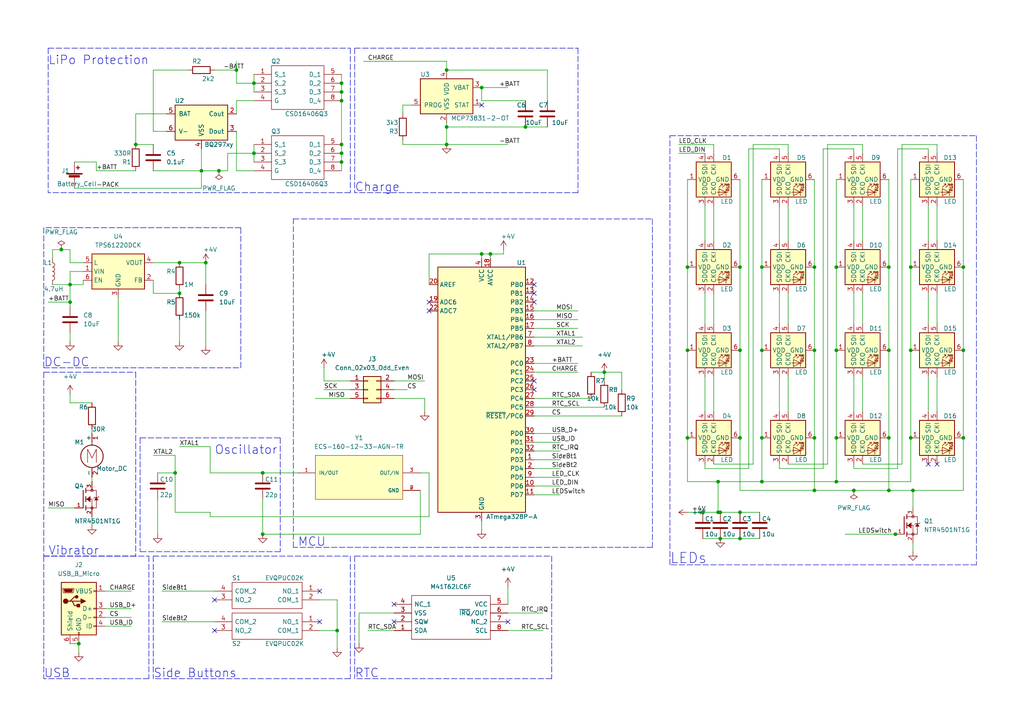
<source format=kicad_sch>
(kicad_sch (version 20211123) (generator eeschema)
  (paper "A4")
  (title_block (title "Binary Watch") (rev "0.1") (company "Umair Ahmadh") (comment 1 "umairahmadh.ml"))
  (lib_symbols
    (symbol "Battery_Management:BQ297xy" (pin_names (offset 1.016))
      (property "Reference" "U" (at -6.35 6.35 0))
      (property "Value" "BQ297xy" (at 5.08 -6.35 0))
      (symbol "BQ297xy_1_1"
        (pin no_connect line (at 7.62 0 180) (length 2.54) hide (name "NC") (number "1"))
        (pin output line (at 10.16 2.54 180) (length 2.54) (name "Cout") (number "2"))
        (pin output line (at 10.16 -2.54 180) (length 2.54) (name "Dout") (number "3"))
        (pin power_in line (at 0 -7.62 90) (length 2.54) (name "VSS") (number "4"))
        (pin input line (at -10.16 2.54 0) (length 2.54) (name "BAT") (number "5"))
        (pin input line (at -10.16 -2.54 0) (length 2.54) (name "V-") (number "6"))
      )
    )
    (symbol "Battery_Management:MCP73831-2-OT" (pin_names (offset 1.016))
      (property "Reference" "U" (at -7.62 6.35 0))
      (property "Value" "MCP73831-2-OT" (at 1.27 6.35 0))
      (symbol "MCP73831-2-OT_1_1"
        (pin output line (at 10.16 -2.54 180) (length 2.54) (name "STAT") (number "1"))
        (pin power_in line (at 0 -7.62 90) (length 2.54) (name "VSS") (number "2"))
        (pin power_out line (at 10.16 2.54 180) (length 2.54) (name "VBAT") (number "3"))
        (pin power_in line (at 0 7.62 270) (length 2.54) (name "VDD") (number "4"))
        (pin input line (at -10.16 -2.54 0) (length 2.54) (name "PROG") (number "5"))
      )
    )
    (symbol "CSD16406Q3:CSD16406Q3" (pin_names (offset 0.762))
      (property "Reference" "Q" (at 21.59 7.62 0))
      (property "Value" "CSD16406Q3" (at 21.59 5.08 0))
      (symbol "CSD16406Q3_0_0"
        (pin passive line (at 0 0 0) (length 5.08) (name "S_1") (number "1"))
        (pin passive line (at 0 -2.54 0) (length 5.08) (name "S_2") (number "2"))
        (pin passive line (at 0 -5.08 0) (length 5.08) (name "S_3") (number "3"))
        (pin passive line (at 0 -7.62 0) (length 5.08) (name "G") (number "4"))
        (pin passive line (at 25.4 0 180) (length 5.08) (name "D_1") (number "5"))
        (pin passive line (at 25.4 -2.54 180) (length 5.08) (name "D_2") (number "6"))
        (pin passive line (at 25.4 -5.08 180) (length 5.08) (name "D_3") (number "7"))
        (pin passive line (at 25.4 -7.62 180) (length 5.08) (name "D_4") (number "8"))
      )
    )
    (symbol "Connector:USB_B_Micro" (pin_names (offset 1.016))
      (property "Reference" "J" (at -5.08 11.43 0))
      (property "Value" "USB_B_Micro" (at -5.08 8.89 0))
      (symbol "USB_B_Micro_1_1"
        (pin power_out line (at 7.62 5.08 180) (length 2.54) (name "VBUS") (number "1"))
        (pin bidirectional line (at 7.62 -2.54 180) (length 2.54) (name "D-") (number "2"))
        (pin bidirectional line (at 7.62 0 180) (length 2.54) (name "D+") (number "3"))
        (pin passive line (at 7.62 -5.08 180) (length 2.54) (name "ID") (number "4"))
        (pin power_out line (at 0 -10.16 90) (length 2.54) (name "GND") (number "5"))
        (pin passive line (at -2.54 -10.16 90) (length 2.54) (name "Shield") (number "6"))
      )
    )
    (symbol "Connector_Generic:Conn_02x03_Odd_Even" (pin_names (offset 1.016) hide)
      (property "Reference" "J" (at 1.27 5.08 0))
      (property "Value" "Conn_02x03_Odd_Even" (at 1.27 -5.08 0))
      (symbol "Conn_02x03_Odd_Even_1_1"
        (pin passive line (at -5.08 2.54 0) (length 3.81) (name "Pin_1") (number "1"))
        (pin passive line (at 7.62 2.54 180) (length 3.81) (name "Pin_2") (number "2"))
        (pin passive line (at -5.08 0 0) (length 3.81) (name "Pin_3") (number "3"))
        (pin passive line (at 7.62 0 180) (length 3.81) (name "Pin_4") (number "4"))
        (pin passive line (at -5.08 -2.54 0) (length 3.81) (name "Pin_5") (number "5"))
        (pin passive line (at 7.62 -2.54 180) (length 3.81) (name "Pin_6") (number "6"))
      )
    )
    (symbol "Device:Battery_Cell" (pin_numbers hide) (pin_names (offset 0) hide)
      (property "Reference" "BT" (at 2.54 2.54 0))
      (property "Value" "Battery_Cell" (at 2.54 0 0))
      (symbol "Battery_Cell_1_1"
        (pin passive line (at 0 5.08 270) (length 2.54) (name "+") (number "1"))
        (pin passive line (at 0 -2.54 90) (length 2.54) (name "-") (number "2"))
      )
    )
    (symbol "Device:C" (pin_numbers hide) (pin_names (offset 0.254))
      (property "Reference" "C" (at 0.635 2.54 0))
      (property "Value" "C" (at 0.635 -2.54 0))
      (symbol "C_1_1"
        (pin passive line (at 0 3.81 270) (length 2.794) (name "~") (number "1"))
        (pin passive line (at 0 -3.81 90) (length 2.794) (name "~") (number "2"))
      )
    )
    (symbol "Device:L" (pin_numbers hide) (pin_names (offset 1.016) hide)
      (property "Reference" "L" (at -1.27 0 90))
      (property "Value" "L" (at 1.905 0 90))
      (symbol "L_1_1"
        (pin passive line (at 0 3.81 270) (length 1.27) (name "1") (number "1"))
        (pin passive line (at 0 -3.81 90) (length 1.27) (name "2") (number "2"))
      )
    )
    (symbol "Device:R" (pin_numbers hide) (pin_names (offset 0))
      (property "Reference" "R" (at 2.032 0 90))
      (property "Value" "R" (at 0 0 90))
      (symbol "R_1_1"
        (pin passive line (at 0 3.81 270) (length 1.27) (name "~") (number "1"))
        (pin passive line (at 0 -3.81 90) (length 1.27) (name "~") (number "2"))
      )
    )
    (symbol "ECS-160-12-33-AGN-TR:ECS-160-12-33-AGN-TR" (pin_names (offset 1.016))
      (property "Reference" "Y" (at -12.7168 7.6301 0))
      (property "Value" "ECS-160-12-33-AGN-TR" (at -12.7149 -7.629 0))
      (symbol "ECS-160-12-33-AGN-TR_0_0"
        (pin bidirectional line (at -17.78 2.54 0) (length 5.08) (name "IN/OUT") (number "1"))
        (pin power_in line (at 17.78 -2.54 180) (length 5.08) (name "GND") (number "2"))
        (pin bidirectional line (at 17.78 2.54 180) (length 5.08) (name "OUT/IN") (number "3"))
        (pin power_in line (at 17.78 -2.54 180) (length 5.08) (name "GND") (number "4"))
      )
    )
    (symbol "EVQPUC02K:EVQPUC02K" (pin_names (offset 0.762))
      (property "Reference" "S" (at 26.67 7.62 0))
      (property "Value" "EVQPUC02K" (at 26.67 5.08 0))
      (symbol "EVQPUC02K_0_0"
        (pin passive line (at 30.48 0 180) (length 5.08) (name "NO_1") (number "1"))
        (pin passive line (at 30.48 -2.54 180) (length 5.08) (name "COM_1") (number "2"))
        (pin passive line (at 0 -2.54 0) (length 5.08) (name "NO_2") (number "3"))
        (pin passive line (at 0 0 0) (length 5.08) (name "COM_2") (number "4"))
      )
    )
    (symbol "LED:APA102-2020"
      (property "Reference" "D" (at 5.08 5.715 0))
      (property "Value" "APA102-2020" (at 1.27 -5.715 0))
      (symbol "APA102-2020_0_0"
        (text "RGB" (at 2.286 -4.191 0) (effects (font (size 0.762 0.762))))
      )
      (symbol "APA102-2020_1_1"
        (pin power_in line (at 0 7.62 270) (length 2.54) (name "VDD") (number "1"))
        (pin output line (at 7.62 0 180) (length 2.54) (name "CKO") (number "2"))
        (pin output line (at 7.62 2.54 180) (length 2.54) (name "SDO") (number "3"))
        (pin input line (at -7.62 2.54 0) (length 2.54) (name "SDI") (number "4"))
        (pin input line (at -7.62 0 0) (length 2.54) (name "CKI") (number "5"))
        (pin power_in line (at 0 -7.62 90) (length 2.54) (name "GND") (number "6"))
      )
    )
    (symbol "M41T62LC6F:M41T62LC6F" (pin_names (offset 0.762))
      (property "Reference" "IC" (at 29.21 7.62 0))
      (property "Value" "M41T62LC6F" (at 29.21 5.08 0))
      (symbol "M41T62LC6F_0_0"
        (pin passive line (at 0 0 0) (length 5.08) (name "SDA") (number "1"))
        (pin passive line (at 0 -2.54 0) (length 5.08) (name "SQW") (number "2"))
        (pin power_in line (at 0 -5.08 0) (length 5.08) (name "VSS") (number "3"))
        (pin passive line (at 0 -7.62 0) (length 5.08) (name "NC_1") (number "4"))
        (pin power_in line (at 33.02 -7.62 180) (length 5.08) (name "VCC") (number "5"))
        (pin output line (at 33.02 -5.08 180) (length 5.08) (name "~{IRQ}/OUT") (number "6"))
        (pin passive line (at 33.02 -2.54 180) (length 5.08) (name "NC_2") (number "7"))
        (pin passive line (at 33.02 0 180) (length 5.08) (name "SCL") (number "8"))
      )
    )
    (symbol "MCU_Microchip_ATmega:ATmega328P-A"
      (property "Reference" "U" (at -12.7 36.83 0))
      (property "Value" "ATmega328P-A" (at 2.54 -36.83 0))
      (symbol "ATmega328P-A_1_1"
        (pin bidirectional line (at 15.24 -20.32 180) (length 2.54) (name "PD3") (number "1"))
        (pin bidirectional line (at 15.24 -27.94 180) (length 2.54) (name "PD6") (number "10"))
        (pin bidirectional line (at 15.24 -30.48 180) (length 2.54) (name "PD7") (number "11"))
        (pin bidirectional line (at 15.24 30.48 180) (length 2.54) (name "PB0") (number "12"))
        (pin bidirectional line (at 15.24 27.94 180) (length 2.54) (name "PB1") (number "13"))
        (pin bidirectional line (at 15.24 25.4 180) (length 2.54) (name "PB2") (number "14"))
        (pin bidirectional line (at 15.24 22.86 180) (length 2.54) (name "PB3") (number "15"))
        (pin bidirectional line (at 15.24 20.32 180) (length 2.54) (name "PB4") (number "16"))
        (pin bidirectional line (at 15.24 17.78 180) (length 2.54) (name "PB5") (number "17"))
        (pin power_in line (at 2.54 38.1 270) (length 2.54) (name "AVCC") (number "18"))
        (pin input line (at -15.24 25.4 0) (length 2.54) (name "ADC6") (number "19"))
        (pin bidirectional line (at 15.24 -22.86 180) (length 2.54) (name "PD4") (number "2"))
        (pin passive line (at -15.24 30.48 0) (length 2.54) (name "AREF") (number "20"))
        (pin passive line (at 0 -38.1 90) (length 2.54) hide (name "GND") (number "21"))
        (pin input line (at -15.24 22.86 0) (length 2.54) (name "ADC7") (number "22"))
        (pin bidirectional line (at 15.24 7.62 180) (length 2.54) (name "PC0") (number "23"))
        (pin bidirectional line (at 15.24 5.08 180) (length 2.54) (name "PC1") (number "24"))
        (pin bidirectional line (at 15.24 2.54 180) (length 2.54) (name "PC2") (number "25"))
        (pin bidirectional line (at 15.24 0 180) (length 2.54) (name "PC3") (number "26"))
        (pin bidirectional line (at 15.24 -2.54 180) (length 2.54) (name "PC4") (number "27"))
        (pin bidirectional line (at 15.24 -5.08 180) (length 2.54) (name "PC5") (number "28"))
        (pin bidirectional line (at 15.24 -7.62 180) (length 2.54) (name "~{RESET}/PC6") (number "29"))
        (pin power_in line (at 0 -38.1 90) (length 2.54) (name "GND") (number "3"))
        (pin bidirectional line (at 15.24 -12.7 180) (length 2.54) (name "PD0") (number "30"))
        (pin bidirectional line (at 15.24 -15.24 180) (length 2.54) (name "PD1") (number "31"))
        (pin bidirectional line (at 15.24 -17.78 180) (length 2.54) (name "PD2") (number "32"))
        (pin power_in line (at 0 38.1 270) (length 2.54) (name "VCC") (number "4"))
        (pin passive line (at 0 -38.1 90) (length 2.54) hide (name "GND") (number "5"))
        (pin passive line (at 0 38.1 270) (length 2.54) hide (name "VCC") (number "6"))
        (pin bidirectional line (at 15.24 15.24 180) (length 2.54) (name "XTAL1/PB6") (number "7"))
        (pin bidirectional line (at 15.24 12.7 180) (length 2.54) (name "XTAL2/PB7") (number "8"))
        (pin bidirectional line (at 15.24 -25.4 180) (length 2.54) (name "PD5") (number "9"))
      )
    )
    (symbol "Motor:Motor_DC" (pin_names (offset 0))
      (property "Reference" "M" (at 2.54 2.54 0))
      (property "Value" "Motor_DC" (at 2.54 -5.08 0))
      (symbol "Motor_DC_1_1"
        (pin passive line (at 0 5.08 270) (length 2.54) (name "+") (number "1"))
        (pin passive line (at 0 -7.62 90) (length 2.54) (name "-") (number "2"))
      )
    )
    (symbol "NTR4501NT1G:NTR4501NT1G" (pin_names (offset 1.016))
      (property "Reference" "Q" (at -8.89 2.54 0))
      (property "Value" "NTR4501NT1G" (at -8.89 -7.62 0))
      (symbol "NTR4501NT1G_0_0"
        (pin passive line (at -2.54 -2.54 0) (length 2.54) (name "~") (number "1"))
        (pin passive line (at 2.54 -5.08 90) (length 2.54) (name "~") (number "2"))
        (pin passive line (at 2.54 5.08 270) (length 2.54) (name "~") (number "3"))
      )
    )
    (symbol "Regulator_Switching:TPS61220DCK"
      (property "Reference" "U" (at -7.62 6.35 0))
      (property "Value" "TPS61220DCK" (at 2.54 6.35 0))
      (symbol "TPS61220DCK_1_1"
        (pin power_in line (at -10.16 0 0) (length 2.54) (name "VIN") (number "1"))
        (pin input line (at 10.16 -2.54 180) (length 2.54) (name "FB") (number "2"))
        (pin power_in line (at 0 -7.62 90) (length 2.54) (name "GND") (number "3"))
        (pin power_out line (at 10.16 2.54 180) (length 2.54) (name "VOUT") (number "4"))
        (pin power_in line (at -10.16 2.54 0) (length 2.54) (name "L") (number "5"))
        (pin input line (at -10.16 -2.54 0) (length 2.54) (name "EN") (number "6"))
      )
    )
    (symbol "power:+4V" (power) (pin_names (offset 0))
      (property "Value" "+4V" (at 0 3.556 0))
      (symbol "+4V_1_1"
        (pin power_in line (at 0 0 90) (length 0) hide (name "+4V") (number "1"))
      )
    )
    (symbol "power:GND" (power) (pin_names (offset 0))
      (property "Value" "GND" (at 0 -3.81 0))
      (symbol "GND_1_1"
        (pin power_in line (at 0 0 270) (length 0) hide (name "GND") (number "1"))
      )
    )
    (symbol "power:PWR_FLAG" (power) (pin_numbers hide) (pin_names (offset 0) hide)
      (property "Value" "PWR_FLAG" (at 0 3.81 0))
      (symbol "PWR_FLAG_0_0"
        (pin power_out line (at 0 0 90) (length 0) (name "pwr") (number "1"))
      )
    )
  )
  (junction (at 68.58 20.32))
  (junction (at 242.57 77.47))
  (junction (at 22.86 186.69))
  (junction (at 259.715 154.94))
  (junction (at 99.06 24.13))
  (junction (at 20.32 82.55))
  (junction (at 208.915 148.59))
  (junction (at 99.06 46.99))
  (junction (at 142.24 73.66))
  (junction (at 139.7 25.4))
  (junction (at 236.22 77.47))
  (junction (at 97.79 182.88))
  (junction (at 199.39 77.47))
  (junction (at 99.06 41.91))
  (junction (at 50.8 137.16))
  (junction (at 220.98 77.47))
  (junction (at 214.63 148.59))
  (junction (at 129.54 41.91))
  (junction (at 279.4 127))
  (junction (at 214.63 156.21))
  (junction (at 257.81 77.47))
  (junction (at 208.915 156.21))
  (junction (at 58.42 49.53))
  (junction (at 214.63 127))
  (junction (at 59.69 76.2))
  (junction (at 242.57 139.7))
  (junction (at 76.2 154.94))
  (junction (at 76.2 137.16))
  (junction (at 129.54 20.32))
  (junction (at 39.37 41.91))
  (junction (at 175.26 107.95))
  (junction (at 99.06 26.67))
  (junction (at 264.16 127))
  (junction (at 152.4 36.83))
  (junction (at 236.22 127))
  (junction (at 52.07 85.09))
  (junction (at 257.81 127))
  (junction (at 63.5 49.53))
  (junction (at 129.54 36.83))
  (junction (at 279.4 101.6))
  (junction (at 257.81 142.24))
  (junction (at 20.32 87.63))
  (junction (at 220.98 101.6))
  (junction (at 99.06 44.45))
  (junction (at 199.39 127))
  (junction (at 247.65 142.24))
  (junction (at 236.22 142.24))
  (junction (at 264.16 77.47))
  (junction (at 214.63 77.47))
  (junction (at 264.795 142.24))
  (junction (at 203.835 148.59))
  (junction (at 236.22 101.6))
  (junction (at 279.4 77.47))
  (junction (at 17.78 72.39))
  (junction (at 220.98 127))
  (junction (at 214.63 101.6))
  (junction (at 208.28 148.59))
  (junction (at 220.98 139.7))
  (junction (at 52.07 76.2))
  (junction (at 208.28 139.7))
  (junction (at 257.81 101.6))
  (junction (at 264.16 101.6))
  (junction (at 139.7 73.66))
  (junction (at 73.66 44.45))
  (junction (at 99.06 29.21))
  (junction (at 73.66 24.13))
  (junction (at 199.39 101.6))
  (junction (at 242.57 101.6))
  (junction (at 242.57 127))
  (no_connect (at 154.94 85.09))
  (no_connect (at 154.94 82.55))
  (no_connect (at 154.94 113.03))
  (no_connect (at 124.46 90.17))
  (no_connect (at 124.46 87.63))
  (no_connect (at 154.94 110.49))
  (no_connect (at 154.94 87.63))
  (no_connect (at 139.7 30.48))
  (no_connect (at 62.23 182.88))
  (no_connect (at 62.23 173.99))
  (no_connect (at 92.71 171.45))
  (no_connect (at 92.71 180.34))
  (no_connect (at 147.32 180.34))
  (no_connect (at 114.3 175.26))
  (no_connect (at 269.24 134.62))
  (no_connect (at 271.78 134.62))
  (no_connect (at 114.3 180.34))
  (wire (pts (xy 236.22 52.07) (xy 236.22 77.47)))
  (polyline (pts (xy 102.87 13.97) (xy 102.87 55.88)))
  (wire (pts (xy 129.54 36.83) (xy 152.4 36.83)))
  (wire (pts (xy 196.85 41.91) (xy 207.01 41.91)))
  (wire (pts (xy 24.13 81.28) (xy 24.13 82.55)))
  (wire (pts (xy 26.67 124.46) (xy 26.67 125.73)))
  (wire (pts (xy 208.28 139.7) (xy 199.39 139.7)))
  (wire (pts (xy 139.7 73.66) (xy 142.24 73.66)))
  (wire (pts (xy 20.32 96.52) (xy 20.32 99.06)))
  (wire (pts (xy 207.01 85.09) (xy 207.01 93.98)))
  (wire (pts (xy 121.92 154.94) (xy 76.2 154.94)))
  (wire (pts (xy 21.59 46.99) (xy 27.94 46.99)))
  (wire (pts (xy 73.66 49.53) (xy 68.58 49.53)))
  (wire (pts (xy 242.57 52.07) (xy 242.57 77.47)))
  (wire (pts (xy 30.48 181.61) (xy 38.1 181.61)))
  (wire (pts (xy 129.54 41.91) (xy 116.84 41.91)))
  (wire (pts (xy 44.45 20.32) (xy 54.61 20.32)))
  (wire (pts (xy 207.01 44.45) (xy 207.01 41.91)))
  (wire (pts (xy 99.06 44.45) (xy 99.06 46.99)))
  (wire (pts (xy 247.65 109.22) (xy 247.65 119.38)))
  (polyline (pts (xy 13.97 13.97) (xy 13.97 55.88)))
  (wire (pts (xy 154.94 115.57) (xy 171.45 115.57)))
  (wire (pts (xy 242.57 101.6) (xy 242.57 127)))
  (polyline (pts (xy 101.6 196.85) (xy 44.45 196.85)))
  (wire (pts (xy 269.24 43.18) (xy 260.35 43.18)))
  (wire (pts (xy 68.58 49.53) (xy 68.58 38.1)))
  (wire (pts (xy 99.06 46.99) (xy 99.06 49.53)))
  (wire (pts (xy 114.3 110.49) (xy 123.19 110.49)))
  (wire (pts (xy 114.3 113.03) (xy 118.11 113.03)))
  (wire (pts (xy 204.47 85.09) (xy 204.47 93.98)))
  (polyline (pts (xy 283.21 163.83) (xy 194.31 163.83)))
  (polyline (pts (xy 189.23 63.5) (xy 189.23 158.75)))
  (wire (pts (xy 121.92 137.16) (xy 124.46 137.16)))
  (wire (pts (xy 116.84 33.02) (xy 116.84 30.48)))
  (polyline (pts (xy 12.7 161.29) (xy 43.18 161.29)))
  (wire (pts (xy 44.45 38.1) (xy 44.45 20.32)))
  (wire (pts (xy 26.67 149.86) (xy 26.67 152.4)))
  (wire (pts (xy 24.13 82.55) (xy 20.32 82.55)))
  (wire (pts (xy 21.59 54.61) (xy 58.42 54.61)))
  (wire (pts (xy 24.13 78.74) (xy 20.32 78.74)))
  (polyline (pts (xy 39.37 107.95) (xy 39.37 161.29)))
  (wire (pts (xy 142.24 74.93) (xy 142.24 73.66)))
  (wire (pts (xy 257.81 101.6) (xy 257.81 127)))
  (wire (pts (xy 26.67 116.84) (xy 20.32 116.84)))
  (wire (pts (xy 175.26 107.95) (xy 180.34 107.95)))
  (wire (pts (xy 228.6 59.69) (xy 228.6 69.85)))
  (wire (pts (xy 158.75 29.21) (xy 158.75 20.32)))
  (wire (pts (xy 116.84 41.91) (xy 116.84 40.64)))
  (wire (pts (xy 44.45 49.53) (xy 58.42 49.53)))
  (wire (pts (xy 20.32 82.55) (xy 20.32 87.63)))
  (wire (pts (xy 154.94 100.33) (xy 168.91 100.33)))
  (wire (pts (xy 116.84 30.48) (xy 119.38 30.48)))
  (wire (pts (xy 50.8 137.16) (xy 50.8 148.59)))
  (wire (pts (xy 30.48 179.07) (xy 38.1 179.07)))
  (wire (pts (xy 99.06 41.91) (xy 99.06 44.45)))
  (wire (pts (xy 139.7 151.13) (xy 139.7 153.67)))
  (wire (pts (xy 52.07 76.2) (xy 59.69 76.2)))
  (wire (pts (xy 214.63 101.6) (xy 214.63 127)))
  (polyline (pts (xy 25.4 107.95) (xy 25.4 107.95)))
  (wire (pts (xy 13.97 87.63) (xy 20.32 87.63)))
  (wire (pts (xy 199.39 101.6) (xy 199.39 127)))
  (wire (pts (xy 114.3 177.8) (xy 104.14 177.8)))
  (wire (pts (xy 59.69 90.17) (xy 59.69 100.33)))
  (wire (pts (xy 44.45 76.2) (xy 52.07 76.2)))
  (wire (pts (xy 218.44 41.91) (xy 228.6 41.91)))
  (wire (pts (xy 66.04 44.45) (xy 73.66 44.45)))
  (wire (pts (xy 279.4 101.6) (xy 279.4 127)))
  (wire (pts (xy 105.41 17.78) (xy 129.54 17.78)))
  (wire (pts (xy 147.32 182.88) (xy 157.48 182.88)))
  (wire (pts (xy 93.98 113.03) (xy 101.6 113.03)))
  (polyline (pts (xy 102.87 13.97) (xy 167.64 13.97)))
  (wire (pts (xy 264.16 139.7) (xy 242.57 139.7)))
  (wire (pts (xy 73.66 24.13) (xy 73.66 26.67)))
  (wire (pts (xy 199.39 139.7) (xy 199.39 127)))
  (polyline (pts (xy 43.18 196.85) (xy 12.7 196.85)))
  (wire (pts (xy 247.65 85.09) (xy 247.65 93.98)))
  (polyline (pts (xy 81.28 127) (xy 81.28 160.02)))
  (wire (pts (xy 208.915 148.59) (xy 214.63 148.59)))
  (wire (pts (xy 238.76 43.18) (xy 238.76 135.89)))
  (wire (pts (xy 20.32 186.69) (xy 22.86 186.69)))
  (polyline (pts (xy 194.31 58.42) (xy 194.31 58.42)))
  (wire (pts (xy 180.34 107.95) (xy 180.34 113.03)))
  (wire (pts (xy 271.78 59.69) (xy 271.78 69.85)))
  (wire (pts (xy 264.795 142.24) (xy 279.4 142.24)))
  (wire (pts (xy 175.26 107.95) (xy 175.26 110.49)))
  (wire (pts (xy 242.57 77.47) (xy 242.57 101.6)))
  (polyline (pts (xy 85.09 158.75) (xy 85.09 63.5)))
  (polyline (pts (xy 189.23 158.75) (xy 85.09 158.75)))
  (wire (pts (xy 27.94 49.53) (xy 39.37 49.53)))
  (wire (pts (xy 60.96 137.16) (xy 76.2 137.16)))
  (wire (pts (xy 68.58 17.78) (xy 68.58 20.32)))
  (wire (pts (xy 121.92 142.24) (xy 121.92 154.94)))
  (wire (pts (xy 139.7 74.93) (xy 139.7 73.66)))
  (wire (pts (xy 58.42 49.53) (xy 58.42 54.61)))
  (wire (pts (xy 146.05 73.66) (xy 142.24 73.66)))
  (polyline (pts (xy 69.85 66.04) (xy 12.7 66.04)))
  (wire (pts (xy 147.32 177.8) (xy 157.48 177.8)))
  (wire (pts (xy 247.65 44.45) (xy 247.65 43.18)))
  (wire (pts (xy 228.6 41.91) (xy 228.6 44.45)))
  (wire (pts (xy 139.7 25.4) (xy 147.32 25.4)))
  (wire (pts (xy 68.58 20.32) (xy 68.58 24.13)))
  (wire (pts (xy 236.22 142.24) (xy 247.65 142.24)))
  (wire (pts (xy 271.78 109.22) (xy 271.78 119.38)))
  (wire (pts (xy 240.03 41.91) (xy 250.19 41.91)))
  (wire (pts (xy 124.46 73.66) (xy 124.46 82.55)))
  (wire (pts (xy 99.06 24.13) (xy 99.06 26.67)))
  (wire (pts (xy 247.65 135.89) (xy 247.65 134.62)))
  (wire (pts (xy 154.94 97.79) (xy 168.91 97.79)))
  (wire (pts (xy 199.39 148.59) (xy 203.835 148.59)))
  (wire (pts (xy 199.39 77.47) (xy 199.39 101.6)))
  (wire (pts (xy 214.63 127) (xy 214.63 142.24)))
  (wire (pts (xy 154.94 138.43) (xy 162.56 138.43)))
  (wire (pts (xy 39.37 41.91) (xy 44.45 41.91)))
  (wire (pts (xy 220.98 52.07) (xy 220.98 77.47)))
  (wire (pts (xy 93.98 106.68) (xy 93.98 110.49)))
  (wire (pts (xy 106.68 182.88) (xy 114.3 182.88)))
  (wire (pts (xy 250.19 134.62) (xy 261.62 134.62)))
  (wire (pts (xy 226.06 59.69) (xy 226.06 69.85)))
  (wire (pts (xy 91.44 115.57) (xy 101.6 115.57)))
  (wire (pts (xy 226.06 109.22) (xy 226.06 119.38)))
  (wire (pts (xy 220.98 127) (xy 220.98 139.7)))
  (wire (pts (xy 13.97 147.32) (xy 21.59 147.32)))
  (polyline (pts (xy 160.02 196.85) (xy 102.87 196.85)))
  (wire (pts (xy 97.79 173.99) (xy 97.79 182.88)))
  (wire (pts (xy 203.835 148.59) (xy 208.28 148.59)))
  (wire (pts (xy 261.62 41.91) (xy 271.78 41.91)))
  (wire (pts (xy 247.65 59.69) (xy 247.65 69.85)))
  (wire (pts (xy 129.54 36.83) (xy 129.54 41.91)))
  (wire (pts (xy 214.63 77.47) (xy 214.63 101.6)))
  (wire (pts (xy 269.24 59.69) (xy 269.24 69.85)))
  (wire (pts (xy 260.35 43.18) (xy 260.35 135.89)))
  (wire (pts (xy 154.94 118.11) (xy 175.26 118.11)))
  (wire (pts (xy 214.63 142.24) (xy 236.22 142.24)))
  (polyline (pts (xy 102.87 161.29) (xy 102.87 196.85)))
  (wire (pts (xy 97.79 182.88) (xy 92.71 182.88)))
  (wire (pts (xy 46.99 180.34) (xy 62.23 180.34)))
  (wire (pts (xy 68.58 29.21) (xy 68.58 33.02)))
  (wire (pts (xy 24.13 76.2) (xy 20.32 76.2)))
  (wire (pts (xy 73.66 41.91) (xy 73.66 44.45)))
  (wire (pts (xy 27.94 46.99) (xy 27.94 49.53)))
  (wire (pts (xy 76.2 137.16) (xy 86.36 137.16)))
  (wire (pts (xy 73.66 44.45) (xy 73.66 46.99)))
  (wire (pts (xy 226.06 135.89) (xy 226.06 134.62)))
  (wire (pts (xy 20.32 87.63) (xy 20.32 88.9)))
  (polyline (pts (xy 102.87 161.29) (xy 160.02 161.29)))
  (wire (pts (xy 220.98 77.47) (xy 220.98 101.6)))
  (wire (pts (xy 30.48 171.45) (xy 38.1 171.45)))
  (wire (pts (xy 26.67 139.7) (xy 26.67 138.43)))
  (polyline (pts (xy 43.18 161.29) (xy 43.18 196.85)))
  (wire (pts (xy 269.24 44.45) (xy 269.24 43.18)))
  (wire (pts (xy 250.19 85.09) (xy 250.19 93.98)))
  (wire (pts (xy 247.65 142.24) (xy 257.81 142.24)))
  (wire (pts (xy 146.05 72.39) (xy 146.05 73.66)))
  (wire (pts (xy 240.03 134.62) (xy 240.03 41.91)))
  (polyline (pts (xy 81.28 160.02) (xy 40.64 160.02)))
  (polyline (pts (xy 12.7 161.29) (xy 12.7 196.85)))
  (wire (pts (xy 264.795 157.48) (xy 264.795 160.02)))
  (wire (pts (xy 22.86 186.69) (xy 22.86 189.23)))
  (wire (pts (xy 226.06 44.45) (xy 226.06 43.18)))
  (wire (pts (xy 264.16 127) (xy 264.16 139.7)))
  (wire (pts (xy 45.72 154.94) (xy 45.72 144.78)))
  (wire (pts (xy 259.715 154.94) (xy 245.11 154.94)))
  (polyline (pts (xy 13.97 13.97) (xy 101.6 13.97)))
  (wire (pts (xy 30.48 176.53) (xy 38.1 176.53)))
  (polyline (pts (xy 101.6 55.88) (xy 13.97 55.88)))
  (wire (pts (xy 114.3 115.57) (xy 123.19 115.57)))
  (wire (pts (xy 269.24 85.09) (xy 269.24 93.98)))
  (wire (pts (xy 236.22 101.6) (xy 236.22 127)))
  (polyline (pts (xy 44.45 161.29) (xy 44.45 196.85)))
  (polyline (pts (xy 39.37 161.29) (xy 12.7 161.29)))
  (polyline (pts (xy 12.7 106.68) (xy 69.85 106.68)))
  (wire (pts (xy 238.76 135.89) (xy 226.06 135.89)))
  (wire (pts (xy 279.4 77.47) (xy 279.4 101.6)))
  (wire (pts (xy 250.19 109.22) (xy 250.19 119.38)))
  (wire (pts (xy 154.94 143.51) (xy 162.56 143.51)))
  (wire (pts (xy 154.94 107.95) (xy 167.64 107.95)))
  (wire (pts (xy 63.5 49.53) (xy 66.04 49.53)))
  (polyline (pts (xy 101.6 13.97) (xy 101.6 55.88)))
  (wire (pts (xy 214.63 148.59) (xy 220.345 148.59)))
  (wire (pts (xy 20.32 76.2) (xy 20.32 72.39)))
  (polyline (pts (xy 100.33 63.5) (xy 189.23 63.5)))
  (wire (pts (xy 73.66 29.21) (xy 68.58 29.21)))
  (wire (pts (xy 39.37 33.02) (xy 48.26 33.02)))
  (polyline (pts (xy 167.64 55.88) (xy 102.87 55.88)))
  (wire (pts (xy 196.85 44.45) (xy 204.47 44.45)))
  (wire (pts (xy 260.35 135.89) (xy 247.65 135.89)))
  (wire (pts (xy 171.45 107.95) (xy 175.26 107.95)))
  (wire (pts (xy 52.07 85.09) (xy 52.07 83.82)))
  (wire (pts (xy 147.32 170.18) (xy 147.32 175.26)))
  (wire (pts (xy 204.47 109.22) (xy 204.47 119.38)))
  (wire (pts (xy 139.7 25.4) (xy 139.7 29.21)))
  (wire (pts (xy 154.94 105.41) (xy 167.64 105.41)))
  (polyline (pts (xy 194.31 39.37) (xy 283.21 39.37)))
  (wire (pts (xy 17.78 72.39) (xy 15.24 72.39)))
  (wire (pts (xy 154.94 130.81) (xy 162.56 130.81)))
  (polyline (pts (xy 69.85 106.68) (xy 69.85 66.04)))
  (wire (pts (xy 99.06 21.59) (xy 99.06 24.13)))
  (wire (pts (xy 207.01 134.62) (xy 218.44 134.62)))
  (wire (pts (xy 154.94 95.25) (xy 167.64 95.25)))
  (polyline (pts (xy 40.64 127) (xy 40.64 160.02)))
  (polyline (pts (xy 101.6 161.29) (xy 101.6 196.85)))
  (wire (pts (xy 97.79 182.88) (xy 97.79 187.96)))
  (wire (pts (xy 20.32 82.55) (xy 15.24 82.55)))
  (wire (pts (xy 217.17 135.89) (xy 204.47 135.89)))
  (wire (pts (xy 154.94 92.71) (xy 167.64 92.71)))
  (wire (pts (xy 45.72 137.16) (xy 50.8 137.16)))
  (wire (pts (xy 214.63 156.21) (xy 220.345 156.21)))
  (polyline (pts (xy 167.64 13.97) (xy 167.64 55.88)))
  (wire (pts (xy 279.4 52.07) (xy 279.4 77.47)))
  (wire (pts (xy 20.32 114.3) (xy 20.32 116.84)))
  (wire (pts (xy 228.6 109.22) (xy 228.6 119.38)))
  (wire (pts (xy 154.94 90.17) (xy 167.64 90.17)))
  (wire (pts (xy 48.26 38.1) (xy 44.45 38.1)))
  (polyline (pts (xy 283.21 39.37) (xy 283.21 163.83)))
  (polyline (pts (xy 12.7 66.04) (xy 12.7 106.68)))
  (wire (pts (xy 204.47 59.69) (xy 204.47 69.85)))
  (wire (pts (xy 15.24 72.39) (xy 15.24 74.93)))
  (wire (pts (xy 44.45 85.09) (xy 52.07 85.09)))
  (wire (pts (xy 217.17 43.18) (xy 217.17 135.89)))
  (wire (pts (xy 129.54 41.91) (xy 147.32 41.91)))
  (wire (pts (xy 60.96 129.54) (xy 60.96 137.16)))
  (polyline (pts (xy 12.7 107.95) (xy 12.7 161.29)))
  (polyline (pts (xy 194.31 58.42) (xy 194.31 39.37)))
  (wire (pts (xy 154.94 135.89) (xy 162.56 135.89)))
  (wire (pts (xy 204.47 135.89) (xy 204.47 134.62)))
  (wire (pts (xy 279.4 127) (xy 279.4 142.24)))
  (wire (pts (xy 124.46 149.86) (xy 60.96 149.86)))
  (wire (pts (xy 226.06 85.09) (xy 226.06 93.98)))
  (wire (pts (xy 50.8 132.08) (xy 50.8 137.16)))
  (wire (pts (xy 158.75 20.32) (xy 129.54 20.32)))
  (wire (pts (xy 264.16 52.07) (xy 264.16 77.47)))
  (wire (pts (xy 93.98 110.49) (xy 101.6 110.49)))
  (wire (pts (xy 264.16 101.6) (xy 264.16 127)))
  (wire (pts (xy 123.19 115.57) (xy 123.19 119.38)))
  (wire (pts (xy 271.78 85.09) (xy 271.78 93.98)))
  (wire (pts (xy 247.65 43.18) (xy 238.76 43.18)))
  (wire (pts (xy 129.54 35.56) (xy 129.54 36.83)))
  (wire (pts (xy 104.14 177.8) (xy 104.14 186.69)))
  (wire (pts (xy 59.69 76.2) (xy 59.69 82.55)))
  (wire (pts (xy 34.29 86.36) (xy 34.29 99.06)))
  (wire (pts (xy 58.42 43.18) (xy 58.42 49.53)))
  (wire (pts (xy 124.46 137.16) (xy 124.46 149.86)))
  (wire (pts (xy 250.19 59.69) (xy 250.19 69.85)))
  (wire (pts (xy 44.45 81.28) (xy 44.45 85.09)))
  (polyline (pts (xy 12.7 107.95) (xy 25.4 107.95)))
  (wire (pts (xy 257.81 142.24) (xy 264.795 142.24)))
  (wire (pts (xy 236.22 77.47) (xy 236.22 101.6)))
  (wire (pts (xy 99.06 29.21) (xy 99.06 41.91)))
  (wire (pts (xy 271.78 41.91) (xy 271.78 44.45)))
  (wire (pts (xy 73.66 24.13) (xy 68.58 24.13)))
  (wire (pts (xy 214.63 52.07) (xy 214.63 77.47)))
  (wire (pts (xy 20.32 78.74) (xy 20.32 82.55)))
  (wire (pts (xy 226.06 43.18) (xy 217.17 43.18)))
  (wire (pts (xy 207.01 59.69) (xy 207.01 69.85)))
  (wire (pts (xy 60.96 149.86) (xy 60.96 148.59)))
  (wire (pts (xy 261.62 134.62) (xy 261.62 41.91)))
  (wire (pts (xy 50.8 148.59) (xy 60.96 148.59)))
  (wire (pts (xy 73.66 21.59) (xy 73.66 24.13)))
  (wire (pts (xy 129.54 20.32) (xy 129.54 17.78)))
  (wire (pts (xy 152.4 36.83) (xy 158.75 36.83)))
  (wire (pts (xy 154.94 133.35) (xy 162.56 133.35)))
  (wire (pts (xy 228.6 134.62) (xy 240.03 134.62)))
  (wire (pts (xy 203.835 156.21) (xy 208.915 156.21)))
  (wire (pts (xy 208.915 156.21) (xy 214.63 156.21)))
  (polyline (pts (xy 44.45 161.29) (xy 101.6 161.29)))
  (wire (pts (xy 99.06 26.67) (xy 99.06 29.21)))
  (wire (pts (xy 228.6 85.09) (xy 228.6 93.98)))
  (wire (pts (xy 220.98 101.6) (xy 220.98 127)))
  (wire (pts (xy 139.7 73.66) (xy 124.46 73.66)))
  (polyline (pts (xy 194.31 163.83) (xy 194.31 58.42)))
  (wire (pts (xy 257.81 52.07) (xy 257.81 77.47)))
  (wire (pts (xy 264.16 77.47) (xy 264.16 101.6)))
  (polyline (pts (xy 40.64 127) (xy 81.28 127)))
  (wire (pts (xy 154.94 125.73) (xy 162.56 125.73)))
  (wire (pts (xy 52.07 129.54) (xy 60.96 129.54)))
  (wire (pts (xy 264.795 142.24) (xy 264.795 147.32)))
  (wire (pts (xy 218.44 134.62) (xy 218.44 41.91)))
  (wire (pts (xy 154.94 140.97) (xy 162.56 140.97)))
  (wire (pts (xy 208.28 148.59) (xy 208.915 148.59)))
  (wire (pts (xy 39.37 33.02) (xy 39.37 41.91)))
  (polyline (pts (xy 85.09 63.5) (xy 100.33 63.5)))
  (wire (pts (xy 20.32 72.39) (xy 17.78 72.39)))
  (wire (pts (xy 52.07 92.71) (xy 52.07 99.06)))
  (wire (pts (xy 269.24 109.22) (xy 269.24 119.38)))
  (wire (pts (xy 260.35 154.94) (xy 259.715 154.94)))
  (wire (pts (xy 257.81 77.47) (xy 257.81 101.6)))
  (wire (pts (xy 46.99 171.45) (xy 62.23 171.45)))
  (polyline (pts (xy 160.02 161.29) (xy 160.02 196.85)))
  (wire (pts (xy 220.98 139.7) (xy 208.28 139.7)))
  (wire (pts (xy 154.94 120.65) (xy 180.34 120.65)))
  (wire (pts (xy 257.81 127) (xy 257.81 142.24)))
  (wire (pts (xy 242.57 139.7) (xy 220.98 139.7)))
  (wire (pts (xy 207.01 109.22) (xy 207.01 119.38)))
  (wire (pts (xy 58.42 49.53) (xy 63.5 49.53)))
  (wire (pts (xy 66.04 49.53) (xy 66.04 44.45)))
  (wire (pts (xy 92.71 173.99) (xy 97.79 173.99)))
  (wire (pts (xy 250.19 41.91) (xy 250.19 44.45)))
  (wire (pts (xy 44.45 132.08) (xy 50.8 132.08)))
  (wire (pts (xy 154.94 128.27) (xy 162.56 128.27)))
  (polyline (pts (xy 25.4 107.95) (xy 39.37 107.95)))
  (wire (pts (xy 208.28 139.7) (xy 208.28 148.59)))
  (wire (pts (xy 62.23 20.32) (xy 68.58 20.32)))
  (wire (pts (xy 236.22 142.24) (xy 236.22 127)))
  (wire (pts (xy 242.57 127) (xy 242.57 139.7)))
  (wire (pts (xy 76.2 154.94) (xy 76.2 144.78)))
  (wire (pts (xy 139.7 29.21) (xy 152.4 29.21)))
  (wire (pts (xy 199.39 52.07) (xy 199.39 77.47)))
  (text "Vibrator\n" (at 13.97 161.29 0) (effects (font (size 2.5 2.5)) (justify left bottom)))
  (text "Oscillator" (at 62.23 132.08 0) (effects (font (size 2.5 2.5)) (justify left bottom)))
  (text "USB" (at 12.7 196.85 0) (effects (font (size 2.5 2.5)) (justify left bottom)))
  (text "RTC" (at 102.87 196.85 0) (effects (font (size 2.5 2.5)) (justify left bottom)))
  (text "LEDs" (at 194.31 163.83 0) (effects (font (size 3 3)) (justify left bottom)))
  (text "Charge" (at 102.87 55.88 0) (effects (font (size 2.5 2.5)) (justify left bottom)))
  (text "DC-DC" (at 12.7 106.68 0) (effects (font (size 2.5 2.5)) (justify left bottom)))
  (text "Side Buttons" (at 44.45 196.85 0) (effects (font (size 2.5 2.5)) (justify left bottom)))
  (text "MCU" (at 86.36 158.75 0) (effects (font (size 2.5 2.5)) (justify left bottom)))
  (text "LiPo Protection" (at 13.97 19.05 0) (effects (font (size 2.5 2.5)) (justify left bottom)))
  (label "LEDSwitch" (at 248.92 154.94 0))
  (label "CHARGE" (at 160.02 107.95 0))
  (label "+BATT" (at 160.02 105.41 0))
  (label "USB_ID" (at 31.75 181.61 0))
  (label "XTAL1" (at 52.07 129.54 0))
  (label "-BATT" (at 144.78 41.91 0))
  (label "SCK" (at 161.29 95.25 0))
  (label "MISO" (at 13.97 147.32 0))
  (label "USB_D+" (at 160.02 125.73 0))
  (label "LED_CLK" (at 160.02 138.43 0))
  (label "RTC_SCL" (at 160.02 118.11 0))
  (label "+BATT" (at 144.78 25.4 0))
  (label "RTC_SDA" (at 160.02 115.57 0))
  (label "CHARGE" (at 31.75 171.45 0))
  (label "-PACK" (at 27.94 54.61 0))
  (label "MOSI" (at 161.29 90.17 0))
  (label "LEDSwitch" (at 160.02 143.51 0))
  (label "RTC_IRQ" (at 160.02 130.81 0))
  (label "CS" (at 160.02 120.65 0))
  (label "SideBt2" (at 160.02 135.89 0))
  (label "RTC_IRQ" (at 151.13 177.8 0))
  (label "USB_D+" (at 31.75 176.53 0))
  (label "MISO" (at 95.25 115.57 0))
  (label "SideBt2" (at 46.99 180.34 0))
  (label "RTC_SDA" (at 106.68 182.88 0))
  (label "LED_CLK" (at 196.85 41.91 0))
  (label "LED_DIN" (at 196.85 44.45 0))
  (label "SideBt1" (at 160.02 133.35 0))
  (label "LED_DIN" (at 160.02 140.97 0))
  (label "+4V" (at 200.66 148.59 0))
  (label "USB_ID" (at 160.02 128.27 0))
  (label "+BATT" (at 13.97 87.63 0))
  (label "RTC_SCL" (at 151.13 182.88 0))
  (label "XTAL2" (at 44.45 132.08 0))
  (label "CS" (at 31.75 179.07 0))
  (label "MOSI" (at 118.11 110.49 0))
  (label "+BATT" (at 27.94 49.53 0))
  (label "XTAL1" (at 161.29 97.79 0))
  (label "-BATT" (at 64.77 20.32 0))
  (label "CHARGE" (at 106.68 17.78 0))
  (label "SCK" (at 93.98 113.03 0))
  (label "XTAL2" (at 161.29 100.33 0))
  (label "MISO" (at 161.29 92.71 0))
  (label "SideBt1" (at 46.99 171.45 0))
  (label "CS" (at 118.11 113.03 0))
  (symbol (lib_id "power:GND") (at 52.07 99.06 0) (unit 1)
    (property "Reference" "#PWR0108" (effects hide))
    (property "Value" "GND" (effects hide))
  )
  (symbol (lib_id "power:+4V") (at 146.05 72.39 0) (unit 1)
    (property "Reference" "#PWR0105" (effects hide))
    (property "Value" "+4V" (at 147.32 68.58 0))
  )
  (symbol (lib_id "LED:APA102-2020") (at 250.19 127 90) (mirror x) (unit 1)
    (property "Reference" "D12" (at 254 120.65 90))
    (property "Value" "LED" (at 254 133.35 90))
    (property "Footprint" "LED_SMD:LED-APA102-2020" (effects hide))
    (property "Datasheet" "http://www.led-color.com/upload/201604/APA102-2020%20SMD%20LED.pdf" (effects hide))
  )
  (symbol (lib_id "MCU_Microchip_ATmega:ATmega328P-A") (at 139.7 113.03 0) (unit 1)
    (property "Reference" "U1" (at 149.86 76.2 0) (effects (justify left)))
    (property "Value" "ATmega328P-A" (at 140.97 149.86 0) (effects (justify left)))
    (property "Footprint" "Package_QFP:TQFP-32_7x7mm_P0.8mm" (effects hide))
    (property "Datasheet" "http://ww1.microchip.com/downloads/en/DeviceDoc/ATmega328_P%20AVR%20MCU%20with%20picoPower%20Technology%20Data%20Sheet%2040001984A.pdf" (effects hide))
  )
  (symbol (lib_id "Device:C") (at 20.32 92.71 0) (unit 1)
    (property "Reference" "C8" (at 24.13 91.4399 0) (effects (justify left)))
    (property "Value" "10uF" (at 24.13 93.9799 0) (effects (justify left)))
    (property "Footprint" "Capacitor_SMD:C_0603_1608Metric" (effects hide))
  )
  (symbol (lib_id "Device:C") (at 76.2 140.97 0) (unit 1)
    (property "Reference" "C11" (at 76.835 139.065 0) (effects (justify left)))
    (property "Value" "22p" (at 76.835 143.51 0) (effects (justify left)))
    (property "Footprint" "Capacitor_SMD:C_0603_1608Metric" (effects hide))
  )
  (symbol (lib_id "power:GND") (at 22.86 189.23 0) (unit 1)
    (property "Reference" "#PWR0115" (effects hide))
    (property "Value" "GND" (effects hide))
  )
  (symbol (lib_id "power:GND") (at 59.69 100.33 0) (unit 1)
    (property "Reference" "#PWR0102" (effects hide))
    (property "Value" "GND" (effects hide))
  )
  (symbol (lib_id "NTR4501NT1G:NTR4501NT1G") (at 24.13 144.78 0) (unit 1)
    (property "Reference" "Q4" (at 21.59 140.97 0) (effects (justify left)))
    (property "Value" "NTR4501NT1G" (at 21.59 151.13 0) (effects (justify left)))
    (property "Footprint" "Package_TO_SOT_SMD:SOT-23" (effects hide))
    (property "PARTREV" "15" (effects hide))
    (property "STANDARD" "IPC-7351 B" (effects hide))
    (property "MAXIMUM_PACKAGE_HEIGHT" "1.11 mm" (effects hide))
    (property "MANUFACTURER" "ON Semiconductor" (effects hide))
  )
  (symbol (lib_id "Device:C") (at 220.345 152.4 0) (unit 1)
    (property "Reference" "C4" (at 220.98 150.495 0) (effects (justify left)))
    (property "Value" "10u" (at 220.98 154.94 0) (effects (justify left)))
    (property "Footprint" "Capacitor_SMD:C_0603_1608Metric" (effects hide))
  )
  (symbol (lib_id "power:+4V") (at 20.32 114.3 0) (unit 1)
    (property "Reference" "#PWR0103" (effects hide))
    (property "Value" "+4V" (at 20.32 109.22 0))
  )
  (symbol (lib_id "Device:R") (at 52.07 88.9 0) (unit 1)
    (property "Reference" "R5" (at 48.26 87.63 0) (effects (justify left)))
    (property "Value" "150k" (at 53.34 91.44 0) (effects (justify left)))
    (property "Footprint" "Resistor_SMD:R_0603_1608Metric" (effects hide))
  )
  (symbol (lib_id "LED:APA102-2020") (at 207.01 77.47 90) (mirror x) (unit 1)
    (property "Reference" "D2" (at 210.82 71.12 90))
    (property "Value" "LED" (at 210.82 83.82 90))
    (property "Footprint" "LED_SMD:LED-APA102-2020" (effects hide))
    (property "Datasheet" "http://www.led-color.com/upload/201604/APA102-2020%20SMD%20LED.pdf" (effects hide))
  )
  (symbol (lib_id "Device:C") (at 158.75 33.02 0) (unit 1)
    (property "Reference" "C7" (at 156.21 30.48 0) (effects (justify left)))
    (property "Value" "10uF" (at 160.02 35.56 0) (effects (justify left)))
    (property "Footprint" "Capacitor_SMD:C_0603_1608Metric" (effects hide))
  )
  (symbol (lib_id "CSD16406Q3:CSD16406Q3") (at 73.66 41.91 0) (unit 1)
    (property "Reference" "Q3" (at 80.01 38.1 0))
    (property "Value" "CSD16406Q3" (at 88.9 53.34 0))
    (property "Footprint" "CSD16406Q3:TRANS_CSD16406Q3" (effects hide))
    (property "Datasheet" "http://www.ti.com/lit/gpn/csd16406q3" (effects hide))
    (property "Description" "25V, N ch NexFET MOSFET, single SON3x3, 7.4mOhm" (effects hide))
    (property "Manufacturer_Name" "Texas Instruments" (effects hide))
    (property "Manufacturer_Part_Number" "CSD16406Q3" (effects hide))
    (property "Mouser Part Number" "595-CSD16406Q3" (effects hide))
    (property "Mouser Price/Stock" "https://www.mouser.co.uk/ProductDetail/Texas-Instruments/CSD16406Q3?qs=SuDOdTVxq4Wogv4PDdDFZA%3D%3D" (effects hide))
    (property "Arrow Part Number" "CSD16406Q3" (effects hide))
    (property "Arrow Price/Stock" "https://www.arrow.com/en/products/csd16406q3/texas-instruments?region=nac" (effects hide))
  )
  (symbol (lib_id "LED:APA102-2020") (at 228.6 77.47 90) (mirror x) (unit 1)
    (property "Reference" "D6" (at 232.41 71.12 90))
    (property "Value" "LED" (at 232.41 83.82 90))
    (property "Footprint" "LED_SMD:LED-APA102-2020" (effects hide))
    (property "Datasheet" "http://www.led-color.com/upload/201604/APA102-2020%20SMD%20LED.pdf" (effects hide))
  )
  (symbol (lib_id "LED:APA102-2020") (at 271.78 101.6 90) (mirror x) (unit 1)
    (property "Reference" "D15" (at 275.59 95.25 90))
    (property "Value" "LED" (at 275.59 107.95 90))
    (property "Footprint" "LED_SMD:LED-APA102-2020" (effects hide))
    (property "Datasheet" "http://www.led-color.com/upload/201604/APA102-2020%20SMD%20LED.pdf" (effects hide))
  )
  (symbol (lib_id "power:PWR_FLAG") (at 247.65 142.24 180) (unit 1)
    (property "Reference" "#FLG0101" (effects hide))
    (property "Value" "PWR_FLAG" (at 247.65 147.32 0))
  )
  (symbol (lib_id "power:GND") (at 76.2 154.94 0) (unit 1)
    (property "Reference" "#PWR0113" (effects hide))
    (property "Value" "GND" (effects hide))
  )
  (symbol (lib_id "LED:APA102-2020") (at 250.19 52.07 90) (mirror x) (unit 1)
    (property "Reference" "D9" (at 254 45.72 90))
    (property "Value" "LED" (at 254 58.42 90))
    (property "Footprint" "LED_SMD:LED-APA102-2020" (effects hide))
    (property "Datasheet" "http://www.led-color.com/upload/201604/APA102-2020%20SMD%20LED.pdf" (effects hide))
  )
  (symbol (lib_id "Motor:Motor_DC") (at 26.67 130.81 0) (unit 1)
    (property "Reference" "M1" (at 21.59 128.27 0) (effects (justify left)))
    (property "Value" "Motor_DC" (at 27.94 135.89 0) (effects (justify left)))
    (property "Footprint" "Connector_PinHeader_2.54mm:PinHeader_1x02_P2.54mm_Horizontal" (effects hide))
  )
  (symbol (lib_id "power:GND") (at 20.32 99.06 0) (unit 1)
    (property "Reference" "#PWR0110" (effects hide))
    (property "Value" "GND" (effects hide))
  )
  (symbol (lib_id "power:+4V") (at 93.98 106.68 0) (unit 1)
    (property "Reference" "#PWR0122" (effects hide))
    (property "Value" "+4V" (at 95.25 102.87 0))
  )
  (symbol (lib_id "LED:APA102-2020") (at 228.6 127 90) (mirror x) (unit 1)
    (property "Reference" "D8" (at 232.41 120.65 90))
    (property "Value" "LED" (at 232.41 133.35 90))
    (property "Footprint" "LED_SMD:LED-APA102-2020" (effects hide))
    (property "Datasheet" "http://www.led-color.com/upload/201604/APA102-2020%20SMD%20LED.pdf" (effects hide))
  )
  (symbol (lib_id "power:+4V") (at 199.39 148.59 90) (unit 1)
    (property "Reference" "#PWR0117" (effects hide))
    (property "Value" "+4V" (at 200.66 148.5899 90) (effects (justify right)))
  )
  (symbol (lib_id "power:GND") (at 45.72 154.94 0) (unit 1)
    (property "Reference" "#PWR0114" (effects hide))
    (property "Value" "GND" (effects hide))
  )
  (symbol (lib_id "Device:R") (at 52.07 80.01 0) (unit 1)
    (property "Reference" "R4" (at 48.26 78.74 0) (effects (justify left)))
    (property "Value" "1M" (at 53.34 82.55 0) (effects (justify left)))
    (property "Footprint" "Resistor_SMD:R_0603_1608Metric" (effects hide))
  )
  (symbol (lib_id "Battery_Management:MCP73831-2-OT") (at 129.54 27.94 0) (unit 1)
    (property "Reference" "U3" (at 121.92 21.59 0) (effects (justify left)))
    (property "Value" "MCP73831-2-OT" (at 130.81 34.29 0) (effects (justify left)))
    (property "Footprint" "Package_TO_SOT_SMD:SOT-23-5" (effects hide))
    (property "Datasheet" "http://ww1.microchip.com/downloads/en/DeviceDoc/20001984g.pdf" (effects hide))
  )
  (symbol (lib_id "Device:R") (at 171.45 111.76 0) (unit 1)
    (property "Reference" "R7" (at 172.72 110.49 0) (effects (justify left)))
    (property "Value" "10k" (at 170.18 115.57 0) (effects (justify left)))
    (property "Footprint" "Resistor_SMD:R_0603_1608Metric" (effects hide))
  )
  (symbol (lib_id "Device:C") (at 208.915 152.4 0) (unit 1)
    (property "Reference" "C2" (at 209.55 150.495 0) (effects (justify left)))
    (property "Value" "10u" (at 209.55 154.94 0) (effects (justify left)))
    (property "Footprint" "Capacitor_SMD:C_0603_1608Metric" (effects hide))
  )
  (symbol (lib_id "Regulator_Switching:TPS61220DCK") (at 34.29 78.74 0) (unit 1)
    (property "Reference" "U4" (at 34.29 68.58 0))
    (property "Value" "TPS61220DCK" (at 34.29 71.12 0))
    (property "Footprint" "Package_TO_SOT_SMD:Texas_R-PDSO-G6" (effects hide))
    (property "Datasheet" "http://www.ti.com/lit/ds/symlink/tps61220.pdf" (effects hide))
  )
  (symbol (lib_id "M41T62LC6F:M41T62LC6F") (at 114.3 182.88 0) (mirror x) (unit 1)
    (property "Reference" "U5" (at 130.81 167.64 0))
    (property "Value" "M41T62LC6F" (at 130.81 170.18 0))
    (property "Footprint" "M41T62LC6F:M41T62LC6F" (effects hide))
    (property "Datasheet" "http://www.st.com/st-web-ui/static/active/en/resource/technical/document/datasheet/CD00019860.pdf" (effects hide))
    (property "Description" "Real Time Clock Serial real-time clocks with alarm" (effects hide))
    (property "Height" "0.8" (effects hide))
    (property "Manufacturer_Name" "STMicroelectronics" (effects hide))
    (property "Manufacturer_Part_Number" "M41T62LC6F" (effects hide))
    (property "Mouser Part Number" "511-M41T62LC6F" (effects hide))
    (property "Mouser Price/Stock" "https://www.mouser.co.uk/ProductDetail/STMicroelectronics/M41T62LC6F?qs=7qOP6AeGKU18Zvn81%252Bz5OQ%3D%3D" (effects hide))
    (property "Arrow Part Number" "M41T62LC6F" (effects hide))
    (property "Arrow Price/Stock" "https://www.arrow.com/en/products/m41t62lc6f/stmicroelectronics" (effects hide))
  )
  (symbol (lib_id "LED:APA102-2020") (at 228.6 101.6 90) (mirror x) (unit 1)
    (property "Reference" "D7" (at 232.41 95.25 90))
    (property "Value" "LED" (at 232.41 107.95 90))
    (property "Footprint" "LED_SMD:LED-APA102-2020" (effects hide))
    (property "Datasheet" "http://www.led-color.com/upload/201604/APA102-2020%20SMD%20LED.pdf" (effects hide))
  )
  (symbol (lib_id "EVQPUC02K:EVQPUC02K") (at 62.23 180.34 0) (unit 1)
    (property "Reference" "S2" (at 68.58 186.69 0))
    (property "Value" "EVQPUC02K" (at 82.55 186.69 0))
    (property "Footprint" "EVQPUC02K:EVQPUC02K" (effects hide))
    (property "Datasheet" "https://industrial.panasonic.com/ac/cdn/e/control/switch/light-touch/catalog/sw_lt_eng_smalls_side.pdf" (effects hide))
    (property "Description" "PANASONIC ELECTRONIC COMPONENTS - EVQPUC02K - TACTILE SW, SPST-NO, 0.05A, 12V, SMD" (effects hide))
    (property "Height" "1.95" (effects hide))
    (property "Manufacturer_Name" "Panasonic" (effects hide))
    (property "Manufacturer_Part_Number" "EVQPUC02K" (effects hide))
  )
  (symbol (lib_id "power:+4V") (at 175.26 107.95 0) (unit 1)
    (property "Reference" "#PWR0109" (effects hide))
    (property "Value" "+4V" (at 175.26 102.87 0))
  )
  (symbol (lib_id "power:GND") (at 26.67 152.4 0) (unit 1)
    (property "Reference" "#PWR0101" (effects hide))
    (property "Value" "GND" (effects hide))
  )
  (symbol (lib_id "Device:C") (at 152.4 33.02 0) (unit 1)
    (property "Reference" "C6" (at 149.86 30.48 0) (effects (justify left)))
    (property "Value" "10uF" (at 152.4 35.56 0) (effects (justify left)))
    (property "Footprint" "Capacitor_SMD:C_0603_1608Metric" (effects hide))
  )
  (symbol (lib_id "Device:C") (at 203.835 152.4 0) (unit 1)
    (property "Reference" "C1" (at 204.47 150.495 0) (effects (justify left)))
    (property "Value" "10u" (at 204.47 154.94 0) (effects (justify left)))
    (property "Footprint" "Capacitor_SMD:C_0603_1608Metric" (effects hide))
  )
  (symbol (lib_id "LED:APA102-2020") (at 271.78 52.07 90) (mirror x) (unit 1)
    (property "Reference" "D13" (at 275.59 45.72 90))
    (property "Value" "LED" (at 275.59 58.42 90))
    (property "Footprint" "LED_SMD:LED-APA102-2020" (effects hide))
    (property "Datasheet" "http://www.led-color.com/upload/201604/APA102-2020%20SMD%20LED.pdf" (effects hide))
  )
  (symbol (lib_id "power:PWR_FLAG") (at 63.5 49.53 180) (unit 1)
    (property "Reference" "#FLG0102" (effects hide))
    (property "Value" "PWR_FLAG" (at 63.5 54.61 0))
  )
  (symbol (lib_id "LED:APA102-2020") (at 228.6 52.07 90) (mirror x) (unit 1)
    (property "Reference" "D5" (at 232.41 45.72 90))
    (property "Value" "LED" (at 232.41 58.42 90))
    (property "Footprint" "LED_SMD:LED-APA102-2020" (effects hide))
    (property "Datasheet" "http://www.led-color.com/upload/201604/APA102-2020%20SMD%20LED.pdf" (effects hide))
  )
  (symbol (lib_id "Battery_Management:BQ297xy") (at 58.42 35.56 0) (unit 1)
    (property "Reference" "U2" (at 52.07 29.21 0))
    (property "Value" "BQ297xy" (at 63.5 41.91 0))
    (property "Footprint" "Package_SON:WSON-6_1.5x1.5mm_P0.5mm" (effects hide))
    (property "Datasheet" "http://www.ti.com/lit/ds/symlink/bq2970.pdf" (effects hide))
  )
  (symbol (lib_id "Connector_Generic:Conn_02x03_Odd_Even") (at 106.68 113.03 0) (unit 1)
    (property "Reference" "J3" (at 107.95 104.14 0))
    (property "Value" "Conn_02x03_Odd_Even" (at 107.95 106.68 0))
    (property "Footprint" "Connector_PinHeader_2.54mm:PinHeader_2x03_P2.54mm_Horizontal" (effects hide))
  )
  (symbol (lib_id "Device:R") (at 39.37 45.72 180) (unit 1)
    (property "Reference" "R1" (at 38.1 46.99 0) (effects (justify left)))
    (property "Value" "330R" (at 38.1 44.45 0) (effects (justify left)))
    (property "Footprint" "Resistor_SMD:R_0603_1608Metric" (effects hide))
  )
  (symbol (lib_id "power:GND") (at 97.79 187.96 0) (unit 1)
    (property "Reference" "#PWR0111" (effects hide))
    (property "Value" "GND" (effects hide))
  )
  (symbol (lib_id "power:GND") (at 129.54 41.91 0) (unit 1)
    (property "Reference" "#PWR0119" (effects hide))
    (property "Value" "GND" (effects hide))
  )
  (symbol (lib_id "LED:APA102-2020") (at 271.78 127 90) (mirror x) (unit 1)
    (property "Reference" "D16" (at 275.59 120.65 90))
    (property "Value" "LED" (at 275.59 133.35 90))
    (property "Footprint" "LED_SMD:LED-APA102-2020" (effects hide))
    (property "Datasheet" "http://www.led-color.com/upload/201604/APA102-2020%20SMD%20LED.pdf" (effects hide))
  )
  (symbol (lib_id "power:GND") (at 34.29 99.06 0) (unit 1)
    (property "Reference" "#PWR0107" (effects hide))
    (property "Value" "GND" (effects hide))
  )
  (symbol (lib_id "LED:APA102-2020") (at 207.01 52.07 90) (mirror x) (unit 1)
    (property "Reference" "D1" (at 210.82 45.72 90))
    (property "Value" "LED" (at 210.82 58.42 90))
    (property "Footprint" "LED_SMD:LED-APA102-2020" (effects hide))
    (property "Datasheet" "http://www.led-color.com/upload/201604/APA102-2020%20SMD%20LED.pdf" (effects hide))
  )
  (symbol (lib_id "Device:R") (at 58.42 20.32 90) (unit 1)
    (property "Reference" "R2" (at 58.42 17.78 90) (effects (justify left)))
    (property "Value" "2k2" (at 62.23 22.86 90) (effects (justify left)))
    (property "Footprint" "Resistor_SMD:R_0603_1608Metric" (effects hide))
  )
  (symbol (lib_id "EVQPUC02K:EVQPUC02K") (at 62.23 171.45 0) (unit 1)
    (property "Reference" "S1" (at 68.58 167.64 0))
    (property "Value" "EVQPUC02K" (at 82.55 167.64 0))
    (property "Footprint" "EVQPUC02K:EVQPUC02K" (effects hide))
    (property "Datasheet" "https://industrial.panasonic.com/ac/cdn/e/control/switch/light-touch/catalog/sw_lt_eng_smalls_side.pdf" (effects hide))
    (property "Description" "PANASONIC ELECTRONIC COMPONENTS - EVQPUC02K - TACTILE SW, SPST-NO, 0.05A, 12V, SMD" (effects hide))
    (property "Height" "1.95" (effects hide))
    (property "Manufacturer_Name" "Panasonic" (effects hide))
    (property "Manufacturer_Part_Number" "EVQPUC02K" (effects hide))
  )
  (symbol (lib_id "Device:C") (at 59.69 86.36 0) (unit 1)
    (property "Reference" "C9" (at 63.5 85.0899 0) (effects (justify left)))
    (property "Value" "10uF" (at 63.5 87.6299 0) (effects (justify left)))
    (property "Footprint" "Capacitor_SMD:C_0603_1608Metric" (effects hide))
  )
  (symbol (lib_id "Device:L") (at 15.24 78.74 0) (unit 1)
    (property "Reference" "L1" (at 12.7 76.2 0) (effects (justify left)))
    (property "Value" "4.7uH" (at 12.7 83.82 0) (effects (justify left)))
    (property "Footprint" "Inductor_SMD:L_Vishay_IHLP-1212" (effects hide))
  )
  (symbol (lib_id "NTR4501NT1G:NTR4501NT1G") (at 262.255 152.4 0) (unit 1)
    (property "Reference" "Q1" (at 267.97 151.1299 0) (effects (justify left)))
    (property "Value" "NTR4501NT1G" (at 267.97 153.6699 0) (effects (justify left)))
    (property "Footprint" "Package_TO_SOT_SMD:SOT-23" (effects hide))
    (property "PARTREV" "15" (effects hide))
    (property "STANDARD" "IPC-7351 B" (effects hide))
    (property "MAXIMUM_PACKAGE_HEIGHT" "1.11 mm" (effects hide))
    (property "MANUFACTURER" "ON Semiconductor" (effects hide))
  )
  (symbol (lib_id "ECS-160-12-33-AGN-TR:ECS-160-12-33-AGN-TR") (at 104.14 139.7 0) (unit 1)
    (property "Reference" "Y1" (at 104.14 127 0))
    (property "Value" "ECS-160-12-33-AGN-TR" (at 104.14 129.54 0))
    (property "Footprint" "ECS-160-12-33-AGN-TR:XTAL_ECS-160-12-33-AGN-TR" (effects hide))
  )
  (symbol (lib_id "power:GND") (at 104.14 186.69 0) (unit 1)
    (property "Reference" "#PWR0112" (effects hide))
    (property "Value" "GND" (effects hide))
  )
  (symbol (lib_id "LED:APA102-2020") (at 207.01 127 90) (mirror x) (unit 1)
    (property "Reference" "D4" (at 210.82 120.65 90))
    (property "Value" "LED" (at 210.82 133.35 90))
    (property "Footprint" "LED_SMD:LED-APA102-2020" (effects hide))
    (property "Datasheet" "http://www.led-color.com/upload/201604/APA102-2020%20SMD%20LED.pdf" (effects hide))
  )
  (symbol (lib_id "power:GND") (at 208.915 156.21 0) (unit 1)
    (property "Reference" "#PWR0118" (effects hide))
    (property "Value" "GND" (effects hide))
  )
  (symbol (lib_id "Connector:USB_B_Micro") (at 22.86 176.53 0) (unit 1)
    (property "Reference" "J2" (at 22.86 163.83 0))
    (property "Value" "USB_B_Micro" (at 22.86 166.37 0))
    (property "Footprint" "Connector_USB:USB_Micro-B_Amphenol_10118194_Horizontal" (effects hide))
  )
  (symbol (lib_id "Device:R") (at 116.84 36.83 180) (unit 1)
    (property "Reference" "R3" (at 115.57 38.1 0) (effects (justify left)))
    (property "Value" "3k3" (at 115.57 35.56 0) (effects (justify left)))
    (property "Footprint" "Resistor_SMD:R_0603_1608Metric" (effects hide))
  )
  (symbol (lib_id "power:GND") (at 139.7 153.67 0) (unit 1)
    (property "Reference" "#PWR0106" (effects hide))
    (property "Value" "GND" (effects hide))
  )
  (symbol (lib_id "Device:R") (at 26.67 120.65 0) (unit 1)
    (property "Reference" "R6" (at 22.86 118.11 0) (effects (justify left)))
    (property "Value" "30R" (at 26.67 124.46 0) (effects (justify left)))
    (property "Footprint" "Resistor_SMD:R_0603_1608Metric" (effects hide))
  )
  (symbol (lib_id "Device:R") (at 175.26 114.3 0) (unit 1)
    (property "Reference" "R8" (at 176.53 113.03 0) (effects (justify left)))
    (property "Value" "10k" (at 175.26 118.11 0) (effects (justify left)))
    (property "Footprint" "Resistor_SMD:R_0603_1608Metric" (effects hide))
  )
  (symbol (lib_id "Device:R") (at 180.34 116.84 0) (unit 1)
    (property "Reference" "R9" (at 181.61 115.57 0) (effects (justify left)))
    (property "Value" "10k" (at 181.61 118.11 0) (effects (justify left)))
    (property "Footprint" "Resistor_SMD:R_0603_1608Metric" (effects hide))
  )
  (symbol (lib_id "LED:APA102-2020") (at 250.19 101.6 90) (mirror x) (unit 1)
    (property "Reference" "D11" (at 254 95.25 90))
    (property "Value" "LED" (at 254 107.95 90))
    (property "Footprint" "LED_SMD:LED-APA102-2020" (effects hide))
    (property "Datasheet" "http://www.led-color.com/upload/201604/APA102-2020%20SMD%20LED.pdf" (effects hide))
  )
  (symbol (lib_id "power:GND") (at 264.795 160.02 0) (unit 1)
    (property "Reference" "#PWR0104" (effects hide))
    (property "Value" "GND" (effects hide))
  )
  (symbol (lib_id "Device:C") (at 45.72 140.97 0) (unit 1)
    (property "Reference" "C10" (at 46.355 139.065 0) (effects (justify left)))
    (property "Value" "22p" (at 46.355 143.51 0) (effects (justify left)))
    (property "Footprint" "Capacitor_SMD:C_0603_1608Metric" (effects hide))
  )
  (symbol (lib_id "power:+4V") (at 59.69 76.2 0) (unit 1)
    (property "Reference" "#PWR0116" (effects hide))
    (property "Value" "+4V" (at 60.96 72.39 0))
  )
  (symbol (lib_id "LED:APA102-2020") (at 250.19 77.47 90) (mirror x) (unit 1)
    (property "Reference" "D10" (at 254 71.12 90))
    (property "Value" "LED" (at 254 83.82 90))
    (property "Footprint" "LED_SMD:LED-APA102-2020" (effects hide))
    (property "Datasheet" "http://www.led-color.com/upload/201604/APA102-2020%20SMD%20LED.pdf" (effects hide))
  )
  (symbol (lib_id "power:PWR_FLAG") (at 17.78 72.39 0) (unit 1)
    (property "Reference" "#FLG0103" (effects hide))
    (property "Value" "PWR_FLAG" (at 17.78 67.31 0))
  )
  (symbol (lib_id "power:GND") (at 123.19 119.38 0) (unit 1)
    (property "Reference" "#PWR0121" (effects hide))
    (property "Value" "GND" (effects hide))
  )
  (symbol (lib_id "CSD16406Q3:CSD16406Q3") (at 73.66 21.59 0) (unit 1)
    (property "Reference" "Q2" (at 80.01 17.78 0))
    (property "Value" "CSD16406Q3" (at 88.9 33.02 0))
    (property "Footprint" "CSD16406Q3:TRANS_CSD16406Q3" (effects hide))
    (property "Datasheet" "http://www.ti.com/lit/gpn/csd16406q3" (effects hide))
    (property "Description" "25V, N ch NexFET MOSFET, single SON3x3, 7.4mOhm" (effects hide))
    (property "Manufacturer_Name" "Texas Instruments" (effects hide))
    (property "Manufacturer_Part_Number" "CSD16406Q3" (effects hide))
    (property "Mouser Part Number" "595-CSD16406Q3" (effects hide))
    (property "Mouser Price/Stock" "https://www.mouser.co.uk/ProductDetail/Texas-Instruments/CSD16406Q3?qs=SuDOdTVxq4Wogv4PDdDFZA%3D%3D" (effects hide))
    (property "Arrow Part Number" "CSD16406Q3" (effects hide))
    (property "Arrow Price/Stock" "https://www.arrow.com/en/products/csd16406q3/texas-instruments?region=nac" (effects hide))
  )
  (symbol (lib_id "Device:C") (at 214.63 152.4 0) (unit 1)
    (property "Reference" "C3" (at 215.265 150.495 0) (effects (justify left)))
    (property "Value" "10u" (at 215.265 154.94 0) (effects (justify left)))
    (property "Footprint" "Capacitor_SMD:C_0603_1608Metric" (effects hide))
  )
  (symbol (lib_id "Device:Battery_Cell") (at 21.59 52.07 0) (unit 1)
    (property "Reference" "J1" (at 17.78 49.53 0) (effects (justify left)))
    (property "Value" "Battery_Cell" (at 16.51 53.34 0) (effects (justify left)))
    (property "Footprint" "Battery:Battery_Panasonic_CR1025-VSK_Vertical_CircularHoles" (effects hide))
  )
  (symbol (lib_id "Device:C") (at 44.45 45.72 0) (unit 1)
    (property "Reference" "C5" (at 48.26 44.4499 0) (effects (justify left)))
    (property "Value" "0.1uF" (at 48.26 46.9899 0) (effects (justify left)))
    (property "Footprint" "Capacitor_SMD:C_0603_1608Metric" (effects hide))
  )
  (symbol (lib_id "LED:APA102-2020") (at 207.01 101.6 90) (mirror x) (unit 1)
    (property "Reference" "D3" (at 210.82 95.25 90))
    (property "Value" "LED" (at 210.82 107.95 90))
    (property "Footprint" "LED_SMD:LED-APA102-2020" (effects hide))
    (property "Datasheet" "http://www.led-color.com/upload/201604/APA102-2020%20SMD%20LED.pdf" (effects hide))
  )
  (symbol (lib_id "power:+4V") (at 147.32 170.18 0) (unit 1)
    (property "Reference" "#PWR0120" (effects hide))
    (property "Value" "+4V" (at 147.32 165.1 0))
  )
  (symbol (lib_id "LED:APA102-2020") (at 271.78 77.47 90) (mirror x) (unit 1)
    (property "Reference" "D14" (at 275.59 71.12 90))
    (property "Value" "LED" (at 275.59 83.82 90))
    (property "Footprint" "LED_SMD:LED-APA102-2020" (effects hide))
    (property "Datasheet" "http://www.led-color.com/upload/201604/APA102-2020%20SMD%20LED.pdf" (effects hide))
  )
)
</source>
